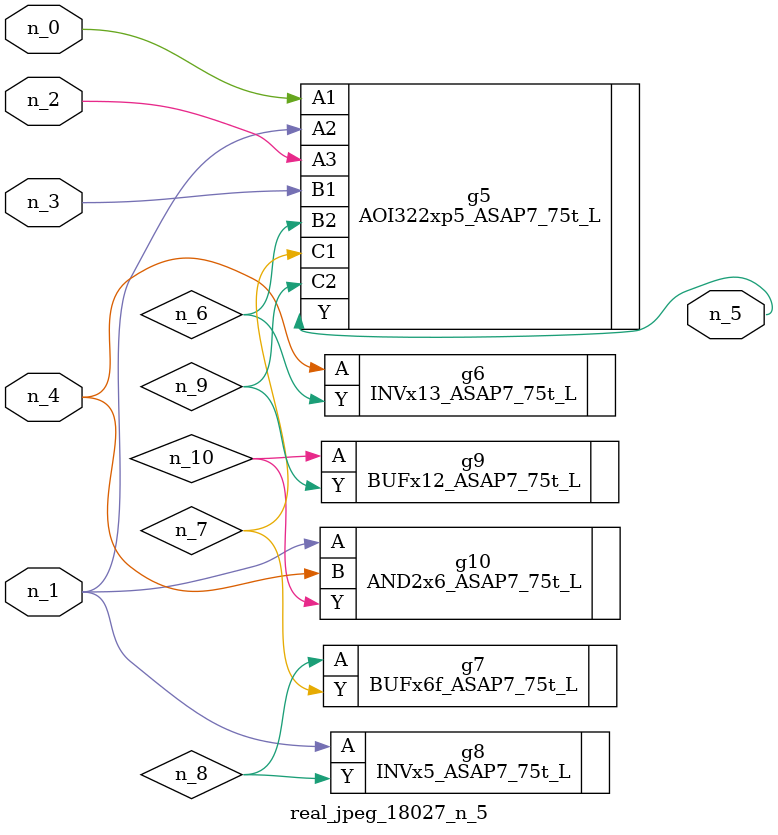
<source format=v>
module real_jpeg_18027_n_5 (n_4, n_0, n_1, n_2, n_3, n_5);

input n_4;
input n_0;
input n_1;
input n_2;
input n_3;

output n_5;

wire n_8;
wire n_6;
wire n_7;
wire n_10;
wire n_9;

AOI322xp5_ASAP7_75t_L g5 ( 
.A1(n_0),
.A2(n_1),
.A3(n_2),
.B1(n_3),
.B2(n_6),
.C1(n_7),
.C2(n_9),
.Y(n_5)
);

INVx5_ASAP7_75t_L g8 ( 
.A(n_1),
.Y(n_8)
);

AND2x6_ASAP7_75t_L g10 ( 
.A(n_1),
.B(n_4),
.Y(n_10)
);

INVx13_ASAP7_75t_L g6 ( 
.A(n_4),
.Y(n_6)
);

BUFx6f_ASAP7_75t_L g7 ( 
.A(n_8),
.Y(n_7)
);

BUFx12_ASAP7_75t_L g9 ( 
.A(n_10),
.Y(n_9)
);


endmodule
</source>
